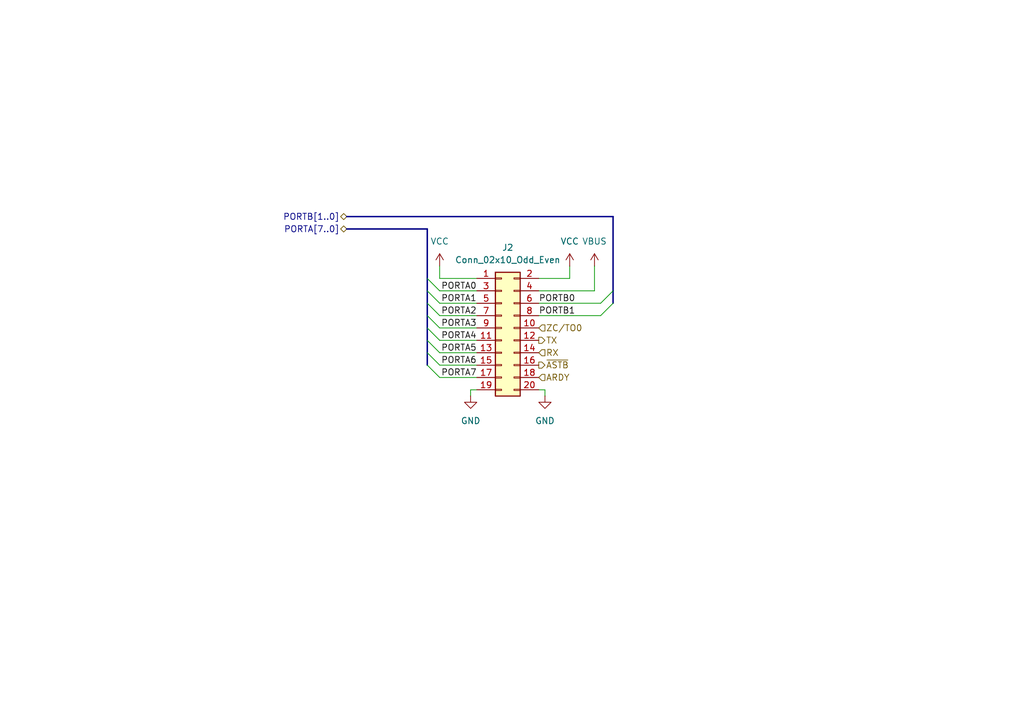
<source format=kicad_sch>
(kicad_sch (version 20250114) (generator "eeschema") (generator_version "9.0")
  (paper "A5")
  (title_block (title "Expansion port") (date "2025-10-19") (rev "A") (company "A.K."))
  (lib_symbols
    (symbol "Connector_Generic:Conn_02x10_Odd_Even" (pin_names (offset 1.016) (hide yes))
      (property "Reference" "J" (at 1.27 12.7 0))
      (property "Value" "Conn_02x10_Odd_Even" (at 1.27 -15.24 0))
      (symbol "Conn_02x10_Odd_Even_1_1"
        (rectangle (start -1.27 11.43) (end 3.81 -13.97) (stroke (width 0.254)) (fill (type background)))
        (rectangle (start -1.27 10.287) (end 0 10.033) (stroke (width 0.1524)))
        (rectangle (start -1.27 7.747) (end 0 7.493) (stroke (width 0.1524)))
        (rectangle (start -1.27 5.207) (end 0 4.953) (stroke (width 0.1524)))
        (rectangle (start -1.27 2.667) (end 0 2.413) (stroke (width 0.1524)))
        (rectangle (start -1.27 0.127) (end 0 -0.127) (stroke (width 0.1524)))
        (rectangle (start -1.27 -2.413) (end 0 -2.667) (stroke (width 0.1524)))
        (rectangle (start -1.27 -4.953) (end 0 -5.207) (stroke (width 0.1524)))
        (rectangle (start -1.27 -7.493) (end 0 -7.747) (stroke (width 0.1524)))
        (rectangle (start -1.27 -10.033) (end 0 -10.287) (stroke (width 0.1524)))
        (rectangle (start -1.27 -12.573) (end 0 -12.827) (stroke (width 0.1524)))
        (rectangle (start 3.81 10.287) (end 2.54 10.033) (stroke (width 0.1524)))
        (rectangle (start 3.81 7.747) (end 2.54 7.493) (stroke (width 0.1524)))
        (rectangle (start 3.81 5.207) (end 2.54 4.953) (stroke (width 0.1524)))
        (rectangle (start 3.81 2.667) (end 2.54 2.413) (stroke (width 0.1524)))
        (rectangle (start 3.81 0.127) (end 2.54 -0.127) (stroke (width 0.1524)))
        (rectangle (start 3.81 -2.413) (end 2.54 -2.667) (stroke (width 0.1524)))
        (rectangle (start 3.81 -4.953) (end 2.54 -5.207) (stroke (width 0.1524)))
        (rectangle (start 3.81 -7.493) (end 2.54 -7.747) (stroke (width 0.1524)))
        (rectangle (start 3.81 -10.033) (end 2.54 -10.287) (stroke (width 0.1524)))
        (rectangle (start 3.81 -12.573) (end 2.54 -12.827) (stroke (width 0.1524)))
        (pin passive line (at -5.08 10.16 0) (length 3.81) (name "Pin_1") (number "1"))
        (pin passive line (at -5.08 7.62 0) (length 3.81) (name "Pin_3") (number "3"))
        (pin passive line (at -5.08 5.08 0) (length 3.81) (name "Pin_5") (number "5"))
        (pin passive line (at -5.08 2.54 0) (length 3.81) (name "Pin_7") (number "7"))
        (pin passive line (at -5.08 0 0) (length 3.81) (name "Pin_9") (number "9"))
        (pin passive line (at -5.08 -2.54 0) (length 3.81) (name "Pin_11") (number "11"))
        (pin passive line (at -5.08 -5.08 0) (length 3.81) (name "Pin_13") (number "13"))
        (pin passive line (at -5.08 -7.62 0) (length 3.81) (name "Pin_15") (number "15"))
        (pin passive line (at -5.08 -10.16 0) (length 3.81) (name "Pin_17") (number "17"))
        (pin passive line (at -5.08 -12.7 0) (length 3.81) (name "Pin_19") (number "19"))
        (pin passive line (at 7.62 10.16 180) (length 3.81) (name "Pin_2") (number "2"))
        (pin passive line (at 7.62 7.62 180) (length 3.81) (name "Pin_4") (number "4"))
        (pin passive line (at 7.62 5.08 180) (length 3.81) (name "Pin_6") (number "6"))
        (pin passive line (at 7.62 2.54 180) (length 3.81) (name "Pin_8") (number "8"))
        (pin passive line (at 7.62 0 180) (length 3.81) (name "Pin_10") (number "10"))
        (pin passive line (at 7.62 -2.54 180) (length 3.81) (name "Pin_12") (number "12"))
        (pin passive line (at 7.62 -5.08 180) (length 3.81) (name "Pin_14") (number "14"))
        (pin passive line (at 7.62 -7.62 180) (length 3.81) (name "Pin_16") (number "16"))
        (pin passive line (at 7.62 -10.16 180) (length 3.81) (name "Pin_18") (number "18"))
        (pin passive line (at 7.62 -12.7 180) (length 3.81) (name "Pin_20") (number "20"))
      )
    )
    (symbol "power:GND" (power) (pin_numbers (hide yes)) (pin_names (offset 0) (hide yes))
      (property "Value" "GND" (at 0 -3.81 0))
      (symbol "GND_0_1"
        (polyline (pts (xy 0 0) (xy 0 -1.27) (xy 1.27 -1.27) (xy 0 -2.54) (xy -1.27 -1.27) (xy 0 -1.27)))
      )
      (symbol "GND_1_1"
        (pin power_in line (at 0 0 270) (length 0) (name "~") (number "1"))
      )
    )
    (symbol "power:VBUS" (power) (pin_numbers (hide yes)) (pin_names (offset 0) (hide yes))
      (property "Value" "VBUS" (at 0 3.556 0))
      (symbol "VBUS_0_1"
        (polyline (pts (xy -0.762 1.27) (xy 0 2.54)))
        (polyline (pts (xy 0 2.54) (xy 0.762 1.27)))
        (polyline (pts (xy 0 0) (xy 0 2.54)))
      )
      (symbol "VBUS_1_1"
        (pin power_in line (at 0 0 90) (length 0) (name "~") (number "1"))
      )
    )
    (symbol "power:VCC" (power) (pin_numbers (hide yes)) (pin_names (offset 0) (hide yes))
      (property "Value" "VCC" (at 0 3.556 0))
      (symbol "VCC_0_1"
        (polyline (pts (xy -0.762 1.27) (xy 0 2.54)))
        (polyline (pts (xy 0 2.54) (xy 0.762 1.27)))
        (polyline (pts (xy 0 0) (xy 0 2.54)))
      )
      (symbol "VCC_1_1"
        (pin power_in line (at 0 0 90) (length 0) (name "~") (number "1"))
      )
    )
  )
  (bus_entry (at 87.63 59.69) (size 2.54 2.54))
  (bus_entry (at 87.63 57.15) (size 2.54 2.54))
  (bus_entry (at 87.63 64.77) (size 2.54 2.54))
  (bus_entry (at 87.63 74.93) (size 2.54 2.54))
  (bus_entry (at 87.63 62.23) (size 2.54 2.54))
  (bus_entry (at 125.73 59.69) (size -2.54 2.54))
  (bus_entry (at 87.63 69.85) (size 2.54 2.54))
  (bus_entry (at 87.63 67.31) (size 2.54 2.54))
  (bus_entry (at 87.63 72.39) (size 2.54 2.54))
  (bus_entry (at 125.73 62.23) (size -2.54 2.54))
  (bus (pts (xy 87.63 69.85) (xy 87.63 72.39)))
  (wire (pts (xy 121.92 59.69) (xy 110.49 59.69)))
  (bus (pts (xy 87.63 57.15) (xy 87.63 59.69)))
  (wire (pts (xy 96.52 81.28) (xy 96.52 80.01)))
  (wire (pts (xy 110.49 57.15) (xy 116.84 57.15)))
  (wire (pts (xy 110.49 64.77) (xy 123.19 64.77)))
  (bus (pts (xy 87.63 62.23) (xy 87.63 64.77)))
  (bus (pts (xy 87.63 46.99) (xy 71.12 46.99)))
  (wire (pts (xy 90.17 69.85) (xy 97.79 69.85)))
  (wire (pts (xy 116.84 57.15) (xy 116.84 54.61)))
  (wire (pts (xy 111.76 80.01) (xy 110.49 80.01)))
  (wire (pts (xy 90.17 62.23) (xy 97.79 62.23)))
  (bus (pts (xy 87.63 59.69) (xy 87.63 62.23)))
  (wire (pts (xy 90.17 57.15) (xy 90.17 54.61)))
  (wire (pts (xy 110.49 62.23) (xy 123.19 62.23)))
  (bus (pts (xy 87.63 57.15) (xy 87.63 46.99)))
  (wire (pts (xy 90.17 59.69) (xy 97.79 59.69)))
  (wire (pts (xy 90.17 77.47) (xy 97.79 77.47)))
  (wire (pts (xy 90.17 64.77) (xy 97.79 64.77)))
  (bus (pts (xy 125.73 44.45) (xy 125.73 59.69)))
  (wire (pts (xy 90.17 74.93) (xy 97.79 74.93)))
  (wire (pts (xy 121.92 54.61) (xy 121.92 59.69)))
  (wire (pts (xy 96.52 80.01) (xy 97.79 80.01)))
  (bus (pts (xy 125.73 59.69) (xy 125.73 62.23)))
  (bus (pts (xy 87.63 67.31) (xy 87.63 69.85)))
  (bus (pts (xy 87.63 64.77) (xy 87.63 67.31)))
  (bus (pts (xy 87.63 72.39) (xy 87.63 74.93)))
  (wire (pts (xy 111.76 81.28) (xy 111.76 80.01)))
  (wire (pts (xy 90.17 72.39) (xy 97.79 72.39)))
  (bus (pts (xy 71.12 44.45) (xy 125.73 44.45)))
  (wire (pts (xy 97.79 57.15) (xy 90.17 57.15)))
  (wire (pts (xy 90.17 67.31) (xy 97.79 67.31)))
  (label "PORTA0" (at 97.79 59.69 180))
  (label "PORTA5" (at 97.79 72.39 180))
  (label "PORTB1" (at 110.49 64.77 0))
  (label "PORTA7" (at 97.79 77.47 180))
  (label "PORTA6" (at 97.79 74.93 180))
  (label "PORTA1" (at 97.79 62.23 180))
  (label "PORTA3" (at 97.79 67.31 180))
  (label "PORTA2" (at 97.79 64.77 180))
  (label "PORTB0" (at 110.49 62.23 0))
  (label "PORTA4" (at 97.79 69.85 180))
  (hierarchical_label "PORTA[7..0]" (shape bidirectional) (at 71.12 46.99 180))
  (hierarchical_label "~{ASTB}" (shape output) (at 110.49 74.93 0))
  (hierarchical_label "ARDY" (shape input) (at 110.49 77.47 0))
  (hierarchical_label "ZC{slash}TO0" (shape input) (at 110.49 67.31 0))
  (hierarchical_label "RX" (shape input) (at 110.49 72.39 0))
  (hierarchical_label "TX" (shape output) (at 110.49 69.85 0))
  (hierarchical_label "PORTB[1..0]" (shape bidirectional) (at 71.12 44.45 180))
  (symbol (lib_id "power:GND") (at 111.76 81.28 0) (unit 1)
    (property "Reference" "#PWR0130" (effects (hide yes)))
    (property "Value" "GND" (at 111.76 86.36 0))
    (property "Description" "Power symbol creates a global label with name \"GND\" , ground" (effects (hide yes)))
  )
  (symbol (lib_id "power:VBUS") (at 121.92 54.61 0) (unit 1)
    (property "Reference" "#PWR0128" (effects (hide yes)))
    (property "Value" "VBUS" (at 121.92 49.53 0))
    (property "Description" "Power symbol creates a global label with name \"VBUS\"" (effects (hide yes)))
  )
  (symbol (lib_id "Connector_Generic:Conn_02x10_Odd_Even") (at 102.87 67.31 0) (unit 1)
    (property "Reference" "J2" (at 104.14 50.8 0))
    (property "Value" "Conn_02x10_Odd_Even" (at 104.14 53.34 0))
    (property "Footprint" "Connector_PinSocket_2.54mm:PinSocket_2x10_P2.54mm_Horizontal" (effects (hide yes)))
    (property "Description" "Generic connector, double row, 02x10, odd/even pin numbering scheme (row 1 odd numbers, row 2 even numbers), script generated (kicad-library-utils/schlib/autogen/connector/)" (effects (hide yes)))
  )
  (symbol (lib_id "power:GND") (at 96.52 81.28 0) (unit 1)
    (property "Reference" "#PWR0131" (effects (hide yes)))
    (property "Value" "GND" (at 96.52 86.36 0))
    (property "Description" "Power symbol creates a global label with name \"GND\" , ground" (effects (hide yes)))
  )
  (symbol (lib_id "power:VCC") (at 90.17 54.61 0) (unit 1)
    (property "Reference" "#PWR0125" (effects (hide yes)))
    (property "Value" "VCC" (at 90.17 49.53 0))
    (property "Description" "Power symbol creates a global label with name \"VCC\"" (effects (hide yes)))
  )
  (symbol (lib_id "power:VCC") (at 116.84 54.61 0) (unit 1)
    (property "Reference" "#PWR0126" (effects (hide yes)))
    (property "Value" "VCC" (at 116.84 49.53 0))
    (property "Description" "Power symbol creates a global label with name \"VCC\"" (effects (hide yes)))
  )
)
</source>
